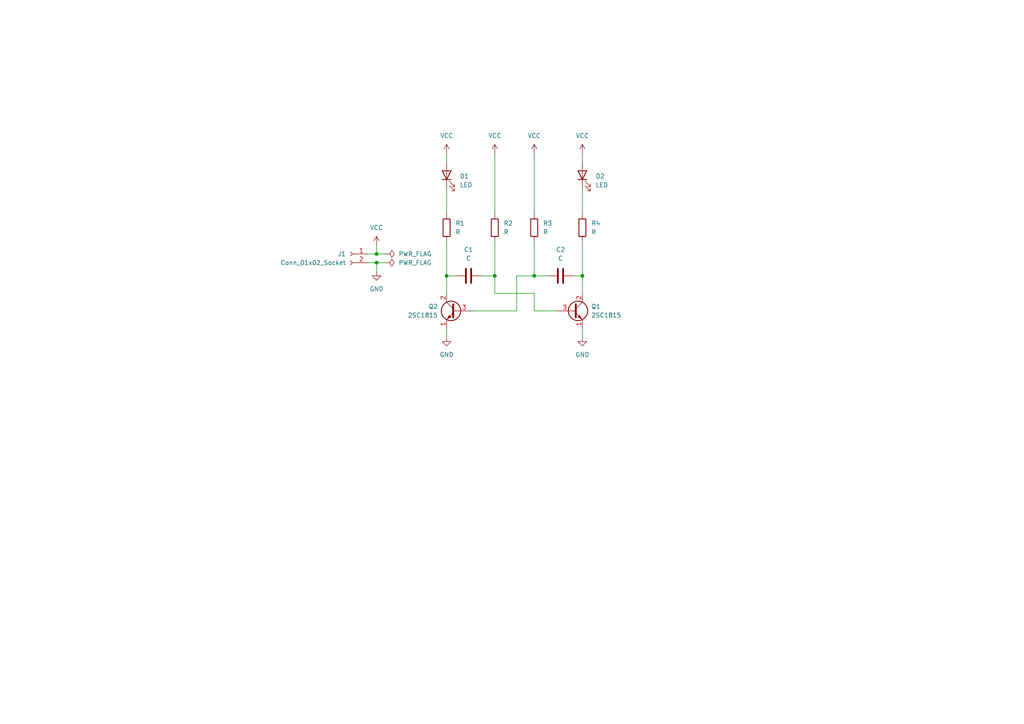
<source format=kicad_sch>
(kicad_sch (version 20230121) (generator eeschema)

  (uuid 37552fa4-9df1-4009-8b14-1722d62af8ed)

  (paper "A4")

  (lib_symbols
    (symbol "Connector:Conn_01x02_Socket" (pin_names (offset 1.016) hide) (in_bom yes) (on_board yes)
      (property "Reference" "J" (at 0 2.54 0)
        (effects (font (size 1.27 1.27)))
      )
      (property "Value" "Conn_01x02_Socket" (at 0 -5.08 0)
        (effects (font (size 1.27 1.27)))
      )
      (property "Footprint" "" (at 0 0 0)
        (effects (font (size 1.27 1.27)) hide)
      )
      (property "Datasheet" "~" (at 0 0 0)
        (effects (font (size 1.27 1.27)) hide)
      )
      (property "ki_locked" "" (at 0 0 0)
        (effects (font (size 1.27 1.27)))
      )
      (property "ki_keywords" "connector" (at 0 0 0)
        (effects (font (size 1.27 1.27)) hide)
      )
      (property "ki_description" "Generic connector, single row, 01x02, script generated" (at 0 0 0)
        (effects (font (size 1.27 1.27)) hide)
      )
      (property "ki_fp_filters" "Connector*:*_1x??_*" (at 0 0 0)
        (effects (font (size 1.27 1.27)) hide)
      )
      (symbol "Conn_01x02_Socket_1_1"
        (arc (start 0 -2.032) (mid -0.5058 -2.54) (end 0 -3.048)
          (stroke (width 0.1524) (type default))
          (fill (type none))
        )
        (polyline
          (pts
            (xy -1.27 -2.54)
            (xy -0.508 -2.54)
          )
          (stroke (width 0.1524) (type default))
          (fill (type none))
        )
        (polyline
          (pts
            (xy -1.27 0)
            (xy -0.508 0)
          )
          (stroke (width 0.1524) (type default))
          (fill (type none))
        )
        (arc (start 0 0.508) (mid -0.5058 0) (end 0 -0.508)
          (stroke (width 0.1524) (type default))
          (fill (type none))
        )
        (pin passive line (at -5.08 0 0) (length 3.81)
          (name "Pin_1" (effects (font (size 1.27 1.27))))
          (number "1" (effects (font (size 1.27 1.27))))
        )
        (pin passive line (at -5.08 -2.54 0) (length 3.81)
          (name "Pin_2" (effects (font (size 1.27 1.27))))
          (number "2" (effects (font (size 1.27 1.27))))
        )
      )
    )
    (symbol "Device:C" (pin_numbers hide) (pin_names (offset 0.254)) (in_bom yes) (on_board yes)
      (property "Reference" "C" (at 0.635 2.54 0)
        (effects (font (size 1.27 1.27)) (justify left))
      )
      (property "Value" "C" (at 0.635 -2.54 0)
        (effects (font (size 1.27 1.27)) (justify left))
      )
      (property "Footprint" "" (at 0.9652 -3.81 0)
        (effects (font (size 1.27 1.27)) hide)
      )
      (property "Datasheet" "~" (at 0 0 0)
        (effects (font (size 1.27 1.27)) hide)
      )
      (property "ki_keywords" "cap capacitor" (at 0 0 0)
        (effects (font (size 1.27 1.27)) hide)
      )
      (property "ki_description" "Unpolarized capacitor" (at 0 0 0)
        (effects (font (size 1.27 1.27)) hide)
      )
      (property "ki_fp_filters" "C_*" (at 0 0 0)
        (effects (font (size 1.27 1.27)) hide)
      )
      (symbol "C_0_1"
        (polyline
          (pts
            (xy -2.032 -0.762)
            (xy 2.032 -0.762)
          )
          (stroke (width 0.508) (type default))
          (fill (type none))
        )
        (polyline
          (pts
            (xy -2.032 0.762)
            (xy 2.032 0.762)
          )
          (stroke (width 0.508) (type default))
          (fill (type none))
        )
      )
      (symbol "C_1_1"
        (pin passive line (at 0 3.81 270) (length 2.794)
          (name "~" (effects (font (size 1.27 1.27))))
          (number "1" (effects (font (size 1.27 1.27))))
        )
        (pin passive line (at 0 -3.81 90) (length 2.794)
          (name "~" (effects (font (size 1.27 1.27))))
          (number "2" (effects (font (size 1.27 1.27))))
        )
      )
    )
    (symbol "Device:LED" (pin_numbers hide) (pin_names (offset 1.016) hide) (in_bom yes) (on_board yes)
      (property "Reference" "D" (at 0 2.54 0)
        (effects (font (size 1.27 1.27)))
      )
      (property "Value" "LED" (at 0 -2.54 0)
        (effects (font (size 1.27 1.27)))
      )
      (property "Footprint" "" (at 0 0 0)
        (effects (font (size 1.27 1.27)) hide)
      )
      (property "Datasheet" "~" (at 0 0 0)
        (effects (font (size 1.27 1.27)) hide)
      )
      (property "ki_keywords" "LED diode" (at 0 0 0)
        (effects (font (size 1.27 1.27)) hide)
      )
      (property "ki_description" "Light emitting diode" (at 0 0 0)
        (effects (font (size 1.27 1.27)) hide)
      )
      (property "ki_fp_filters" "LED* LED_SMD:* LED_THT:*" (at 0 0 0)
        (effects (font (size 1.27 1.27)) hide)
      )
      (symbol "LED_0_1"
        (polyline
          (pts
            (xy -1.27 -1.27)
            (xy -1.27 1.27)
          )
          (stroke (width 0.254) (type default))
          (fill (type none))
        )
        (polyline
          (pts
            (xy -1.27 0)
            (xy 1.27 0)
          )
          (stroke (width 0) (type default))
          (fill (type none))
        )
        (polyline
          (pts
            (xy 1.27 -1.27)
            (xy 1.27 1.27)
            (xy -1.27 0)
            (xy 1.27 -1.27)
          )
          (stroke (width 0.254) (type default))
          (fill (type none))
        )
        (polyline
          (pts
            (xy -3.048 -0.762)
            (xy -4.572 -2.286)
            (xy -3.81 -2.286)
            (xy -4.572 -2.286)
            (xy -4.572 -1.524)
          )
          (stroke (width 0) (type default))
          (fill (type none))
        )
        (polyline
          (pts
            (xy -1.778 -0.762)
            (xy -3.302 -2.286)
            (xy -2.54 -2.286)
            (xy -3.302 -2.286)
            (xy -3.302 -1.524)
          )
          (stroke (width 0) (type default))
          (fill (type none))
        )
      )
      (symbol "LED_1_1"
        (pin passive line (at -3.81 0 0) (length 2.54)
          (name "K" (effects (font (size 1.27 1.27))))
          (number "1" (effects (font (size 1.27 1.27))))
        )
        (pin passive line (at 3.81 0 180) (length 2.54)
          (name "A" (effects (font (size 1.27 1.27))))
          (number "2" (effects (font (size 1.27 1.27))))
        )
      )
    )
    (symbol "Device:R" (pin_numbers hide) (pin_names (offset 0)) (in_bom yes) (on_board yes)
      (property "Reference" "R" (at 2.032 0 90)
        (effects (font (size 1.27 1.27)))
      )
      (property "Value" "R" (at 0 0 90)
        (effects (font (size 1.27 1.27)))
      )
      (property "Footprint" "" (at -1.778 0 90)
        (effects (font (size 1.27 1.27)) hide)
      )
      (property "Datasheet" "~" (at 0 0 0)
        (effects (font (size 1.27 1.27)) hide)
      )
      (property "ki_keywords" "R res resistor" (at 0 0 0)
        (effects (font (size 1.27 1.27)) hide)
      )
      (property "ki_description" "Resistor" (at 0 0 0)
        (effects (font (size 1.27 1.27)) hide)
      )
      (property "ki_fp_filters" "R_*" (at 0 0 0)
        (effects (font (size 1.27 1.27)) hide)
      )
      (symbol "R_0_1"
        (rectangle (start -1.016 -2.54) (end 1.016 2.54)
          (stroke (width 0.254) (type default))
          (fill (type none))
        )
      )
      (symbol "R_1_1"
        (pin passive line (at 0 3.81 270) (length 1.27)
          (name "~" (effects (font (size 1.27 1.27))))
          (number "1" (effects (font (size 1.27 1.27))))
        )
        (pin passive line (at 0 -3.81 90) (length 1.27)
          (name "~" (effects (font (size 1.27 1.27))))
          (number "2" (effects (font (size 1.27 1.27))))
        )
      )
    )
    (symbol "Transistor_BJT:2SC1815" (pin_names (offset 0) hide) (in_bom yes) (on_board yes)
      (property "Reference" "Q" (at 5.08 1.905 0)
        (effects (font (size 1.27 1.27)) (justify left))
      )
      (property "Value" "2SC1815" (at 5.08 0 0)
        (effects (font (size 1.27 1.27)) (justify left))
      )
      (property "Footprint" "Package_TO_SOT_THT:TO-92_Inline" (at 5.08 -1.905 0)
        (effects (font (size 1.27 1.27) italic) (justify left) hide)
      )
      (property "Datasheet" "https://media.digikey.com/pdf/Data%20Sheets/Toshiba%20PDFs/2SC1815.pdf" (at 0 0 0)
        (effects (font (size 1.27 1.27)) (justify left) hide)
      )
      (property "ki_keywords" "Low Noise Audio NPN Transistor" (at 0 0 0)
        (effects (font (size 1.27 1.27)) hide)
      )
      (property "ki_description" "0.15A Ic, 50V Vce, Low Noise Audio NPN Transistor, TO-92" (at 0 0 0)
        (effects (font (size 1.27 1.27)) hide)
      )
      (property "ki_fp_filters" "TO?92*" (at 0 0 0)
        (effects (font (size 1.27 1.27)) hide)
      )
      (symbol "2SC1815_0_1"
        (polyline
          (pts
            (xy 0 0)
            (xy 0.508 0)
          )
          (stroke (width 0) (type default))
          (fill (type none))
        )
        (polyline
          (pts
            (xy 0.635 0.635)
            (xy 2.54 2.54)
          )
          (stroke (width 0) (type default))
          (fill (type none))
        )
        (polyline
          (pts
            (xy 0.635 -0.635)
            (xy 2.54 -2.54)
            (xy 2.54 -2.54)
          )
          (stroke (width 0) (type default))
          (fill (type none))
        )
        (polyline
          (pts
            (xy 0.635 1.905)
            (xy 0.635 -1.905)
            (xy 0.635 -1.905)
          )
          (stroke (width 0.508) (type default))
          (fill (type none))
        )
        (polyline
          (pts
            (xy 1.27 -1.778)
            (xy 1.778 -1.27)
            (xy 2.286 -2.286)
            (xy 1.27 -1.778)
            (xy 1.27 -1.778)
          )
          (stroke (width 0) (type default))
          (fill (type outline))
        )
        (circle (center 1.27 0) (radius 2.8194)
          (stroke (width 0.254) (type default))
          (fill (type none))
        )
      )
      (symbol "2SC1815_1_1"
        (pin passive line (at 2.54 -5.08 90) (length 2.54)
          (name "E" (effects (font (size 1.27 1.27))))
          (number "1" (effects (font (size 1.27 1.27))))
        )
        (pin passive line (at 2.54 5.08 270) (length 2.54)
          (name "C" (effects (font (size 1.27 1.27))))
          (number "2" (effects (font (size 1.27 1.27))))
        )
        (pin input line (at -5.08 0 0) (length 5.08)
          (name "B" (effects (font (size 1.27 1.27))))
          (number "3" (effects (font (size 1.27 1.27))))
        )
      )
    )
    (symbol "power:GND" (power) (pin_names (offset 0)) (in_bom yes) (on_board yes)
      (property "Reference" "#PWR" (at 0 -6.35 0)
        (effects (font (size 1.27 1.27)) hide)
      )
      (property "Value" "GND" (at 0 -3.81 0)
        (effects (font (size 1.27 1.27)))
      )
      (property "Footprint" "" (at 0 0 0)
        (effects (font (size 1.27 1.27)) hide)
      )
      (property "Datasheet" "" (at 0 0 0)
        (effects (font (size 1.27 1.27)) hide)
      )
      (property "ki_keywords" "global power" (at 0 0 0)
        (effects (font (size 1.27 1.27)) hide)
      )
      (property "ki_description" "Power symbol creates a global label with name \"GND\" , ground" (at 0 0 0)
        (effects (font (size 1.27 1.27)) hide)
      )
      (symbol "GND_0_1"
        (polyline
          (pts
            (xy 0 0)
            (xy 0 -1.27)
            (xy 1.27 -1.27)
            (xy 0 -2.54)
            (xy -1.27 -1.27)
            (xy 0 -1.27)
          )
          (stroke (width 0) (type default))
          (fill (type none))
        )
      )
      (symbol "GND_1_1"
        (pin power_in line (at 0 0 270) (length 0) hide
          (name "GND" (effects (font (size 1.27 1.27))))
          (number "1" (effects (font (size 1.27 1.27))))
        )
      )
    )
    (symbol "power:PWR_FLAG" (power) (pin_numbers hide) (pin_names (offset 0) hide) (in_bom yes) (on_board yes)
      (property "Reference" "#FLG" (at 0 1.905 0)
        (effects (font (size 1.27 1.27)) hide)
      )
      (property "Value" "PWR_FLAG" (at 0 3.81 0)
        (effects (font (size 1.27 1.27)))
      )
      (property "Footprint" "" (at 0 0 0)
        (effects (font (size 1.27 1.27)) hide)
      )
      (property "Datasheet" "~" (at 0 0 0)
        (effects (font (size 1.27 1.27)) hide)
      )
      (property "ki_keywords" "flag power" (at 0 0 0)
        (effects (font (size 1.27 1.27)) hide)
      )
      (property "ki_description" "Special symbol for telling ERC where power comes from" (at 0 0 0)
        (effects (font (size 1.27 1.27)) hide)
      )
      (symbol "PWR_FLAG_0_0"
        (pin power_out line (at 0 0 90) (length 0)
          (name "pwr" (effects (font (size 1.27 1.27))))
          (number "1" (effects (font (size 1.27 1.27))))
        )
      )
      (symbol "PWR_FLAG_0_1"
        (polyline
          (pts
            (xy 0 0)
            (xy 0 1.27)
            (xy -1.016 1.905)
            (xy 0 2.54)
            (xy 1.016 1.905)
            (xy 0 1.27)
          )
          (stroke (width 0) (type default))
          (fill (type none))
        )
      )
    )
    (symbol "power:VCC" (power) (pin_names (offset 0)) (in_bom yes) (on_board yes)
      (property "Reference" "#PWR" (at 0 -3.81 0)
        (effects (font (size 1.27 1.27)) hide)
      )
      (property "Value" "VCC" (at 0 3.81 0)
        (effects (font (size 1.27 1.27)))
      )
      (property "Footprint" "" (at 0 0 0)
        (effects (font (size 1.27 1.27)) hide)
      )
      (property "Datasheet" "" (at 0 0 0)
        (effects (font (size 1.27 1.27)) hide)
      )
      (property "ki_keywords" "global power" (at 0 0 0)
        (effects (font (size 1.27 1.27)) hide)
      )
      (property "ki_description" "Power symbol creates a global label with name \"VCC\"" (at 0 0 0)
        (effects (font (size 1.27 1.27)) hide)
      )
      (symbol "VCC_0_1"
        (polyline
          (pts
            (xy -0.762 1.27)
            (xy 0 2.54)
          )
          (stroke (width 0) (type default))
          (fill (type none))
        )
        (polyline
          (pts
            (xy 0 0)
            (xy 0 2.54)
          )
          (stroke (width 0) (type default))
          (fill (type none))
        )
        (polyline
          (pts
            (xy 0 2.54)
            (xy 0.762 1.27)
          )
          (stroke (width 0) (type default))
          (fill (type none))
        )
      )
      (symbol "VCC_1_1"
        (pin power_in line (at 0 0 90) (length 0) hide
          (name "VCC" (effects (font (size 1.27 1.27))))
          (number "1" (effects (font (size 1.27 1.27))))
        )
      )
    )
  )

  (junction (at 168.91 80.01) (diameter 0) (color 0 0 0 0)
    (uuid 1f731830-c891-48ce-b7e8-c85cfb2b1520)
  )
  (junction (at 129.54 80.01) (diameter 0) (color 0 0 0 0)
    (uuid 2ef2512d-acce-4186-bf25-97d4ce74cdb7)
  )
  (junction (at 154.94 80.01) (diameter 0) (color 0 0 0 0)
    (uuid 349975d5-6976-4271-8f56-3b841789f290)
  )
  (junction (at 109.22 73.66) (diameter 0) (color 0 0 0 0)
    (uuid 809ef22f-af6a-4600-897d-85743c7ba243)
  )
  (junction (at 109.22 76.2) (diameter 0) (color 0 0 0 0)
    (uuid a093e355-3c2c-4631-8ce6-96264f3cbe26)
  )
  (junction (at 143.51 80.01) (diameter 0) (color 0 0 0 0)
    (uuid c66de338-bcc7-4996-9f69-ca09b04c5c62)
  )

  (wire (pts (xy 129.54 44.45) (xy 129.54 46.99))
    (stroke (width 0) (type default))
    (uuid 050d884e-1943-4207-bca5-adf6e1c235b0)
  )
  (wire (pts (xy 154.94 90.17) (xy 161.29 90.17))
    (stroke (width 0) (type default))
    (uuid 11f40555-483e-4314-ba18-707053c63161)
  )
  (wire (pts (xy 143.51 85.09) (xy 154.94 85.09))
    (stroke (width 0) (type default))
    (uuid 1352e557-0c28-4c03-b447-c2a143e135ee)
  )
  (wire (pts (xy 129.54 95.25) (xy 129.54 97.79))
    (stroke (width 0) (type default))
    (uuid 13618d36-d3f6-4b17-acc0-2a5a1b27a9c3)
  )
  (wire (pts (xy 129.54 54.61) (xy 129.54 62.23))
    (stroke (width 0) (type default))
    (uuid 1b5a436b-72b1-4db8-9f81-c63d994eefc8)
  )
  (wire (pts (xy 143.51 80.01) (xy 143.51 69.85))
    (stroke (width 0) (type default))
    (uuid 1fe78deb-4bbf-47ab-a2fa-5b04437be7c3)
  )
  (wire (pts (xy 154.94 69.85) (xy 154.94 80.01))
    (stroke (width 0) (type default))
    (uuid 247ac220-9dfd-4269-be93-a988229f9d4a)
  )
  (wire (pts (xy 106.68 76.2) (xy 109.22 76.2))
    (stroke (width 0) (type default))
    (uuid 2d27b730-e096-4268-8bb7-abc33b4c9246)
  )
  (wire (pts (xy 154.94 80.01) (xy 158.75 80.01))
    (stroke (width 0) (type default))
    (uuid 4cc0afd5-504d-440b-8f23-136da7903528)
  )
  (wire (pts (xy 106.68 73.66) (xy 109.22 73.66))
    (stroke (width 0) (type default))
    (uuid 577f95be-6b26-482d-b77d-0976d6d19287)
  )
  (wire (pts (xy 109.22 73.66) (xy 111.76 73.66))
    (stroke (width 0) (type default))
    (uuid 7236713f-7408-495a-975e-e8098d64f851)
  )
  (wire (pts (xy 168.91 44.45) (xy 168.91 46.99))
    (stroke (width 0) (type default))
    (uuid 733faa43-1b68-4dc4-b788-a00e727dd6bc)
  )
  (wire (pts (xy 168.91 69.85) (xy 168.91 80.01))
    (stroke (width 0) (type default))
    (uuid 739a589d-0658-4660-9e03-c26cac22a8a8)
  )
  (wire (pts (xy 154.94 85.09) (xy 154.94 90.17))
    (stroke (width 0) (type default))
    (uuid 787b361f-eb3e-44dc-a22d-188f20e9ba37)
  )
  (wire (pts (xy 109.22 76.2) (xy 109.22 78.74))
    (stroke (width 0) (type default))
    (uuid 83dec18f-958b-48cc-9d46-b97c5e4e570e)
  )
  (wire (pts (xy 139.7 80.01) (xy 143.51 80.01))
    (stroke (width 0) (type default))
    (uuid 85b4749c-a724-4db7-87f6-4692fca7edf6)
  )
  (wire (pts (xy 137.16 90.17) (xy 149.86 90.17))
    (stroke (width 0) (type default))
    (uuid 8a6f4d7b-e672-4168-9f1a-00c46b6cfb02)
  )
  (wire (pts (xy 109.22 76.2) (xy 111.76 76.2))
    (stroke (width 0) (type default))
    (uuid 8cc3943c-cbb1-4700-a34b-be296cd99711)
  )
  (wire (pts (xy 154.94 44.45) (xy 154.94 62.23))
    (stroke (width 0) (type default))
    (uuid 8fc64018-3ee1-4a43-96bf-01a3d7b3bda3)
  )
  (wire (pts (xy 149.86 90.17) (xy 149.86 80.01))
    (stroke (width 0) (type default))
    (uuid a38340bf-02a8-4d66-b076-2ab1646be334)
  )
  (wire (pts (xy 166.37 80.01) (xy 168.91 80.01))
    (stroke (width 0) (type default))
    (uuid a383872a-0da8-4da9-a2c1-4d3fe9cb0d1d)
  )
  (wire (pts (xy 129.54 69.85) (xy 129.54 80.01))
    (stroke (width 0) (type default))
    (uuid a4acb8be-ffec-4b66-897f-bc629ab2a1d7)
  )
  (wire (pts (xy 129.54 80.01) (xy 129.54 85.09))
    (stroke (width 0) (type default))
    (uuid a94a894a-57ec-478d-a3df-68c569043bb8)
  )
  (wire (pts (xy 143.51 80.01) (xy 143.51 85.09))
    (stroke (width 0) (type default))
    (uuid ac8a6e38-e3d0-4a8a-8217-3e5dd62b8fc1)
  )
  (wire (pts (xy 168.91 54.61) (xy 168.91 62.23))
    (stroke (width 0) (type default))
    (uuid b79c61a5-5867-4631-a938-a0c7170a2ea9)
  )
  (wire (pts (xy 129.54 80.01) (xy 132.08 80.01))
    (stroke (width 0) (type default))
    (uuid bb59435d-f519-4b60-b21f-4e66c02e3d75)
  )
  (wire (pts (xy 168.91 95.25) (xy 168.91 97.79))
    (stroke (width 0) (type default))
    (uuid cfc4ebc0-169c-4100-a4a7-9fa12ca8ab7c)
  )
  (wire (pts (xy 149.86 80.01) (xy 154.94 80.01))
    (stroke (width 0) (type default))
    (uuid d45f82bf-2dfe-4181-8446-a12ab6cce210)
  )
  (wire (pts (xy 143.51 44.45) (xy 143.51 62.23))
    (stroke (width 0) (type default))
    (uuid dfb96cc4-07f7-4587-8d92-3cf6b36a2c7c)
  )
  (wire (pts (xy 168.91 80.01) (xy 168.91 85.09))
    (stroke (width 0) (type default))
    (uuid ece9fb7d-c90f-4fb2-8712-88a823a6c407)
  )
  (wire (pts (xy 109.22 71.12) (xy 109.22 73.66))
    (stroke (width 0) (type default))
    (uuid f003a212-f1c4-4e68-934b-41a7a46d3066)
  )

  (symbol (lib_id "Device:R") (at 154.94 66.04 0) (unit 1)
    (in_bom yes) (on_board yes) (dnp no) (fields_autoplaced)
    (uuid 0957ac9f-5d48-43bf-bb98-8da4d5bf6934)
    (property "Reference" "R3" (at 157.48 64.77 0)
      (effects (font (size 1.27 1.27)) (justify left))
    )
    (property "Value" "R" (at 157.48 67.31 0)
      (effects (font (size 1.27 1.27)) (justify left))
    )
    (property "Footprint" "Resistor_THT:R_Axial_DIN0204_L3.6mm_D1.6mm_P7.62mm_Horizontal" (at 153.162 66.04 90)
      (effects (font (size 1.27 1.27)) hide)
    )
    (property "Datasheet" "~" (at 154.94 66.04 0)
      (effects (font (size 1.27 1.27)) hide)
    )
    (pin "1" (uuid 06f52920-2b70-4b1d-a791-ed6e04fa0b6a))
    (pin "2" (uuid 7561821d-c989-4ca4-b0d7-b65e399e6b86))
    (instances
      (project "sample_project"
        (path "/37552fa4-9df1-4009-8b14-1722d62af8ed"
          (reference "R3") (unit 1)
        )
      )
    )
  )

  (symbol (lib_id "Device:R") (at 168.91 66.04 0) (unit 1)
    (in_bom yes) (on_board yes) (dnp no) (fields_autoplaced)
    (uuid 097243b5-2075-4152-b8ca-bf584d7ad57c)
    (property "Reference" "R4" (at 171.45 64.77 0)
      (effects (font (size 1.27 1.27)) (justify left))
    )
    (property "Value" "R" (at 171.45 67.31 0)
      (effects (font (size 1.27 1.27)) (justify left))
    )
    (property "Footprint" "Resistor_THT:R_Axial_DIN0204_L3.6mm_D1.6mm_P7.62mm_Horizontal" (at 167.132 66.04 90)
      (effects (font (size 1.27 1.27)) hide)
    )
    (property "Datasheet" "~" (at 168.91 66.04 0)
      (effects (font (size 1.27 1.27)) hide)
    )
    (pin "1" (uuid 50327d87-f099-46d4-b2fc-7922dae425f2))
    (pin "2" (uuid 891a7da6-bde0-41a1-b3c2-6a3dd4a49f7b))
    (instances
      (project "sample_project"
        (path "/37552fa4-9df1-4009-8b14-1722d62af8ed"
          (reference "R4") (unit 1)
        )
      )
    )
  )

  (symbol (lib_id "Connector:Conn_01x02_Socket") (at 101.6 73.66 0) (mirror y) (unit 1)
    (in_bom yes) (on_board yes) (dnp no)
    (uuid 1e3b2936-d160-4773-a3c4-d397d24b2014)
    (property "Reference" "J1" (at 100.33 73.66 0)
      (effects (font (size 1.27 1.27)) (justify left))
    )
    (property "Value" "Conn_01x02_Socket" (at 100.33 76.2 0)
      (effects (font (size 1.27 1.27)) (justify left))
    )
    (property "Footprint" "Connector_PinSocket_2.54mm:PinSocket_1x02_P2.54mm_Vertical" (at 101.6 73.66 0)
      (effects (font (size 1.27 1.27)) hide)
    )
    (property "Datasheet" "~" (at 101.6 73.66 0)
      (effects (font (size 1.27 1.27)) hide)
    )
    (pin "1" (uuid c1cc4441-a3c6-422f-99e6-203a9f57e24f))
    (pin "2" (uuid 7be3733e-fd3d-4d28-a966-14bd9a25f04f))
    (instances
      (project "sample_project"
        (path "/37552fa4-9df1-4009-8b14-1722d62af8ed"
          (reference "J1") (unit 1)
        )
      )
    )
  )

  (symbol (lib_id "Device:R") (at 129.54 66.04 0) (unit 1)
    (in_bom yes) (on_board yes) (dnp no) (fields_autoplaced)
    (uuid 3c8e0b2c-8f14-4ab2-8c69-4dfd4128d250)
    (property "Reference" "R1" (at 132.08 64.77 0)
      (effects (font (size 1.27 1.27)) (justify left))
    )
    (property "Value" "R" (at 132.08 67.31 0)
      (effects (font (size 1.27 1.27)) (justify left))
    )
    (property "Footprint" "Resistor_THT:R_Axial_DIN0204_L3.6mm_D1.6mm_P7.62mm_Horizontal" (at 127.762 66.04 90)
      (effects (font (size 1.27 1.27)) hide)
    )
    (property "Datasheet" "~" (at 129.54 66.04 0)
      (effects (font (size 1.27 1.27)) hide)
    )
    (pin "1" (uuid 4500c709-3de7-4348-80cc-c82ed082d8f1))
    (pin "2" (uuid a69d447f-4eb5-4b9e-81ee-4cc9a02ea0ab))
    (instances
      (project "sample_project"
        (path "/37552fa4-9df1-4009-8b14-1722d62af8ed"
          (reference "R1") (unit 1)
        )
      )
    )
  )

  (symbol (lib_id "power:VCC") (at 109.22 71.12 0) (unit 1)
    (in_bom yes) (on_board yes) (dnp no) (fields_autoplaced)
    (uuid 553e8e02-6a14-4b11-a9bd-6b8ac15ce502)
    (property "Reference" "#PWR06" (at 109.22 74.93 0)
      (effects (font (size 1.27 1.27)) hide)
    )
    (property "Value" "VCC" (at 109.22 66.04 0)
      (effects (font (size 1.27 1.27)))
    )
    (property "Footprint" "" (at 109.22 71.12 0)
      (effects (font (size 1.27 1.27)) hide)
    )
    (property "Datasheet" "" (at 109.22 71.12 0)
      (effects (font (size 1.27 1.27)) hide)
    )
    (pin "1" (uuid ee3166a7-a3ac-4c8b-9ce0-fd9258a35c5f))
    (instances
      (project "sample_project"
        (path "/37552fa4-9df1-4009-8b14-1722d62af8ed"
          (reference "#PWR06") (unit 1)
        )
      )
    )
  )

  (symbol (lib_id "power:GND") (at 168.91 97.79 0) (unit 1)
    (in_bom yes) (on_board yes) (dnp no) (fields_autoplaced)
    (uuid 5eab7015-11ba-4567-aa80-3d2a78fde45a)
    (property "Reference" "#PWR04" (at 168.91 104.14 0)
      (effects (font (size 1.27 1.27)) hide)
    )
    (property "Value" "GND" (at 168.91 102.87 0)
      (effects (font (size 1.27 1.27)))
    )
    (property "Footprint" "" (at 168.91 97.79 0)
      (effects (font (size 1.27 1.27)) hide)
    )
    (property "Datasheet" "" (at 168.91 97.79 0)
      (effects (font (size 1.27 1.27)) hide)
    )
    (pin "1" (uuid b8ac914b-f86a-4d4a-89b0-f669bfbf9d27))
    (instances
      (project "sample_project"
        (path "/37552fa4-9df1-4009-8b14-1722d62af8ed"
          (reference "#PWR04") (unit 1)
        )
      )
    )
  )

  (symbol (lib_id "power:VCC") (at 129.54 44.45 0) (unit 1)
    (in_bom yes) (on_board yes) (dnp no) (fields_autoplaced)
    (uuid 6aaf25f0-a886-42d8-91f1-4800e550434b)
    (property "Reference" "#PWR01" (at 129.54 48.26 0)
      (effects (font (size 1.27 1.27)) hide)
    )
    (property "Value" "VCC" (at 129.54 39.37 0)
      (effects (font (size 1.27 1.27)))
    )
    (property "Footprint" "" (at 129.54 44.45 0)
      (effects (font (size 1.27 1.27)) hide)
    )
    (property "Datasheet" "" (at 129.54 44.45 0)
      (effects (font (size 1.27 1.27)) hide)
    )
    (pin "1" (uuid 36ad69e0-177e-4805-9e13-4f7fa975044e))
    (instances
      (project "sample_project"
        (path "/37552fa4-9df1-4009-8b14-1722d62af8ed"
          (reference "#PWR01") (unit 1)
        )
      )
    )
  )

  (symbol (lib_id "power:PWR_FLAG") (at 111.76 76.2 270) (unit 1)
    (in_bom yes) (on_board yes) (dnp no) (fields_autoplaced)
    (uuid 73a7cf5a-f21b-40cb-aeda-564947903c58)
    (property "Reference" "#FLG02" (at 113.665 76.2 0)
      (effects (font (size 1.27 1.27)) hide)
    )
    (property "Value" "PWR_FLAG" (at 115.57 76.2 90)
      (effects (font (size 1.27 1.27)) (justify left))
    )
    (property "Footprint" "" (at 111.76 76.2 0)
      (effects (font (size 1.27 1.27)) hide)
    )
    (property "Datasheet" "~" (at 111.76 76.2 0)
      (effects (font (size 1.27 1.27)) hide)
    )
    (pin "1" (uuid 8a13458d-d7f6-4139-863a-6c40dd34a2d2))
    (instances
      (project "sample_project"
        (path "/37552fa4-9df1-4009-8b14-1722d62af8ed"
          (reference "#FLG02") (unit 1)
        )
      )
    )
  )

  (symbol (lib_id "Device:R") (at 143.51 66.04 0) (unit 1)
    (in_bom yes) (on_board yes) (dnp no) (fields_autoplaced)
    (uuid 76e8dfd7-7698-435c-a799-f506d981bf47)
    (property "Reference" "R2" (at 146.05 64.77 0)
      (effects (font (size 1.27 1.27)) (justify left))
    )
    (property "Value" "R" (at 146.05 67.31 0)
      (effects (font (size 1.27 1.27)) (justify left))
    )
    (property "Footprint" "Resistor_THT:R_Axial_DIN0204_L3.6mm_D1.6mm_P7.62mm_Horizontal" (at 141.732 66.04 90)
      (effects (font (size 1.27 1.27)) hide)
    )
    (property "Datasheet" "~" (at 143.51 66.04 0)
      (effects (font (size 1.27 1.27)) hide)
    )
    (pin "1" (uuid 021467d0-40c5-46f9-ad9b-6ef9c2dae1da))
    (pin "2" (uuid 7332af0d-6860-443c-b7be-3ce565b64fac))
    (instances
      (project "sample_project"
        (path "/37552fa4-9df1-4009-8b14-1722d62af8ed"
          (reference "R2") (unit 1)
        )
      )
    )
  )

  (symbol (lib_id "power:VCC") (at 168.91 44.45 0) (unit 1)
    (in_bom yes) (on_board yes) (dnp no) (fields_autoplaced)
    (uuid 79eddc48-5a5b-4277-832b-343bc50623bd)
    (property "Reference" "#PWR02" (at 168.91 48.26 0)
      (effects (font (size 1.27 1.27)) hide)
    )
    (property "Value" "VCC" (at 168.91 39.37 0)
      (effects (font (size 1.27 1.27)))
    )
    (property "Footprint" "" (at 168.91 44.45 0)
      (effects (font (size 1.27 1.27)) hide)
    )
    (property "Datasheet" "" (at 168.91 44.45 0)
      (effects (font (size 1.27 1.27)) hide)
    )
    (pin "1" (uuid b87a3ab1-5ef4-4d07-8e48-762ae60df53e))
    (instances
      (project "sample_project"
        (path "/37552fa4-9df1-4009-8b14-1722d62af8ed"
          (reference "#PWR02") (unit 1)
        )
      )
    )
  )

  (symbol (lib_id "power:PWR_FLAG") (at 111.76 73.66 270) (unit 1)
    (in_bom yes) (on_board yes) (dnp no) (fields_autoplaced)
    (uuid 85e20922-da8a-4f1e-90a0-324b1e373e8e)
    (property "Reference" "#FLG01" (at 113.665 73.66 0)
      (effects (font (size 1.27 1.27)) hide)
    )
    (property "Value" "PWR_FLAG" (at 115.57 73.66 90)
      (effects (font (size 1.27 1.27)) (justify left))
    )
    (property "Footprint" "" (at 111.76 73.66 0)
      (effects (font (size 1.27 1.27)) hide)
    )
    (property "Datasheet" "~" (at 111.76 73.66 0)
      (effects (font (size 1.27 1.27)) hide)
    )
    (pin "1" (uuid acf1a77e-240d-446f-ba7a-9f3e4dabcbf1))
    (instances
      (project "sample_project"
        (path "/37552fa4-9df1-4009-8b14-1722d62af8ed"
          (reference "#FLG01") (unit 1)
        )
      )
    )
  )

  (symbol (lib_id "Device:LED") (at 168.91 50.8 90) (unit 1)
    (in_bom yes) (on_board yes) (dnp no) (fields_autoplaced)
    (uuid 8c9582e4-867b-4603-9fd7-1f0d8dc5e06b)
    (property "Reference" "D2" (at 172.72 51.1175 90)
      (effects (font (size 1.27 1.27)) (justify right))
    )
    (property "Value" "LED" (at 172.72 53.6575 90)
      (effects (font (size 1.27 1.27)) (justify right))
    )
    (property "Footprint" "LED_THT:LED_D5.0mm" (at 168.91 50.8 0)
      (effects (font (size 1.27 1.27)) hide)
    )
    (property "Datasheet" "~" (at 168.91 50.8 0)
      (effects (font (size 1.27 1.27)) hide)
    )
    (pin "1" (uuid e8a1f1a7-4e58-4bfd-9e9d-2f1e560e91d4))
    (pin "2" (uuid 65e9aa85-52ba-472e-98eb-e14bab0b3710))
    (instances
      (project "sample_project"
        (path "/37552fa4-9df1-4009-8b14-1722d62af8ed"
          (reference "D2") (unit 1)
        )
      )
    )
  )

  (symbol (lib_id "power:VCC") (at 143.51 44.45 0) (unit 1)
    (in_bom yes) (on_board yes) (dnp no) (fields_autoplaced)
    (uuid 9122ab43-5cc0-4d36-938f-5c19f3f21f60)
    (property "Reference" "#PWR07" (at 143.51 48.26 0)
      (effects (font (size 1.27 1.27)) hide)
    )
    (property "Value" "VCC" (at 143.51 39.37 0)
      (effects (font (size 1.27 1.27)))
    )
    (property "Footprint" "" (at 143.51 44.45 0)
      (effects (font (size 1.27 1.27)) hide)
    )
    (property "Datasheet" "" (at 143.51 44.45 0)
      (effects (font (size 1.27 1.27)) hide)
    )
    (pin "1" (uuid a6513f9a-94ef-400b-8f69-8beaf5e819f9))
    (instances
      (project "sample_project"
        (path "/37552fa4-9df1-4009-8b14-1722d62af8ed"
          (reference "#PWR07") (unit 1)
        )
      )
    )
  )

  (symbol (lib_id "Transistor_BJT:2SC1815") (at 132.08 90.17 0) (mirror y) (unit 1)
    (in_bom yes) (on_board yes) (dnp no)
    (uuid 97a6cd14-3f19-4055-9d43-ec49b3ccbe16)
    (property "Reference" "Q2" (at 127 88.9 0)
      (effects (font (size 1.27 1.27)) (justify left))
    )
    (property "Value" "2SC1815" (at 127 91.44 0)
      (effects (font (size 1.27 1.27)) (justify left))
    )
    (property "Footprint" "Package_TO_SOT_THT:TO-92_Inline" (at 127 92.075 0)
      (effects (font (size 1.27 1.27) italic) (justify left) hide)
    )
    (property "Datasheet" "https://media.digikey.com/pdf/Data%20Sheets/Toshiba%20PDFs/2SC1815.pdf" (at 132.08 90.17 0)
      (effects (font (size 1.27 1.27)) (justify left) hide)
    )
    (pin "1" (uuid bd88fa93-207e-4ad5-834a-0b351aa0ef0c))
    (pin "2" (uuid 8e0c0e49-9075-4ebb-90e1-e0fd55c4772f))
    (pin "3" (uuid 0a5c15f6-8c57-4997-87b4-7939904e2ce3))
    (instances
      (project "sample_project"
        (path "/37552fa4-9df1-4009-8b14-1722d62af8ed"
          (reference "Q2") (unit 1)
        )
      )
    )
  )

  (symbol (lib_id "power:GND") (at 109.22 78.74 0) (unit 1)
    (in_bom yes) (on_board yes) (dnp no) (fields_autoplaced)
    (uuid b454126e-3f32-47d4-8d19-64b2db08c7dc)
    (property "Reference" "#PWR05" (at 109.22 85.09 0)
      (effects (font (size 1.27 1.27)) hide)
    )
    (property "Value" "GND" (at 109.22 83.82 0)
      (effects (font (size 1.27 1.27)))
    )
    (property "Footprint" "" (at 109.22 78.74 0)
      (effects (font (size 1.27 1.27)) hide)
    )
    (property "Datasheet" "" (at 109.22 78.74 0)
      (effects (font (size 1.27 1.27)) hide)
    )
    (pin "1" (uuid 791cf9e0-3ad4-443d-ae2d-5e1749cbdbf8))
    (instances
      (project "sample_project"
        (path "/37552fa4-9df1-4009-8b14-1722d62af8ed"
          (reference "#PWR05") (unit 1)
        )
      )
    )
  )

  (symbol (lib_id "Transistor_BJT:2SC1815") (at 166.37 90.17 0) (unit 1)
    (in_bom yes) (on_board yes) (dnp no) (fields_autoplaced)
    (uuid be8bfd17-9d96-4fc7-84e4-8192ce0f3d4c)
    (property "Reference" "Q1" (at 171.45 88.9 0)
      (effects (font (size 1.27 1.27)) (justify left))
    )
    (property "Value" "2SC1815" (at 171.45 91.44 0)
      (effects (font (size 1.27 1.27)) (justify left))
    )
    (property "Footprint" "Package_TO_SOT_THT:TO-92_Inline" (at 171.45 92.075 0)
      (effects (font (size 1.27 1.27) italic) (justify left) hide)
    )
    (property "Datasheet" "https://media.digikey.com/pdf/Data%20Sheets/Toshiba%20PDFs/2SC1815.pdf" (at 166.37 90.17 0)
      (effects (font (size 1.27 1.27)) (justify left) hide)
    )
    (pin "1" (uuid 9ca1e932-ab94-4578-b548-ff21b1daf63a))
    (pin "2" (uuid 62281ec3-8e36-4026-8064-fd29fd228e21))
    (pin "3" (uuid 7e7b7b64-c20d-4863-9383-2960f147c06e))
    (instances
      (project "sample_project"
        (path "/37552fa4-9df1-4009-8b14-1722d62af8ed"
          (reference "Q1") (unit 1)
        )
      )
    )
  )

  (symbol (lib_id "Device:C") (at 162.56 80.01 270) (unit 1)
    (in_bom yes) (on_board yes) (dnp no) (fields_autoplaced)
    (uuid c429ba25-528c-4a30-916b-dd456bfb30d6)
    (property "Reference" "C2" (at 162.56 72.39 90)
      (effects (font (size 1.27 1.27)))
    )
    (property "Value" "C" (at 162.56 74.93 90)
      (effects (font (size 1.27 1.27)))
    )
    (property "Footprint" "Capacitor_THT:CP_Radial_D5.0mm_P2.00mm" (at 158.75 80.9752 0)
      (effects (font (size 1.27 1.27)) hide)
    )
    (property "Datasheet" "~" (at 162.56 80.01 0)
      (effects (font (size 1.27 1.27)) hide)
    )
    (pin "1" (uuid 8ba4b155-09b5-4432-a71d-3540cc1af136))
    (pin "2" (uuid ae7a2c3c-ad22-4210-b389-7dd9bfb538aa))
    (instances
      (project "sample_project"
        (path "/37552fa4-9df1-4009-8b14-1722d62af8ed"
          (reference "C2") (unit 1)
        )
      )
    )
  )

  (symbol (lib_id "power:VCC") (at 154.94 44.45 0) (unit 1)
    (in_bom yes) (on_board yes) (dnp no) (fields_autoplaced)
    (uuid ceda0e1b-420e-4397-921a-f4ea8a164cab)
    (property "Reference" "#PWR08" (at 154.94 48.26 0)
      (effects (font (size 1.27 1.27)) hide)
    )
    (property "Value" "VCC" (at 154.94 39.37 0)
      (effects (font (size 1.27 1.27)))
    )
    (property "Footprint" "" (at 154.94 44.45 0)
      (effects (font (size 1.27 1.27)) hide)
    )
    (property "Datasheet" "" (at 154.94 44.45 0)
      (effects (font (size 1.27 1.27)) hide)
    )
    (pin "1" (uuid ce90c916-de13-4416-953b-65a32562c924))
    (instances
      (project "sample_project"
        (path "/37552fa4-9df1-4009-8b14-1722d62af8ed"
          (reference "#PWR08") (unit 1)
        )
      )
    )
  )

  (symbol (lib_id "power:GND") (at 129.54 97.79 0) (unit 1)
    (in_bom yes) (on_board yes) (dnp no) (fields_autoplaced)
    (uuid f3e2d562-a15f-4e9b-8745-516f634c5a02)
    (property "Reference" "#PWR03" (at 129.54 104.14 0)
      (effects (font (size 1.27 1.27)) hide)
    )
    (property "Value" "GND" (at 129.54 102.87 0)
      (effects (font (size 1.27 1.27)))
    )
    (property "Footprint" "" (at 129.54 97.79 0)
      (effects (font (size 1.27 1.27)) hide)
    )
    (property "Datasheet" "" (at 129.54 97.79 0)
      (effects (font (size 1.27 1.27)) hide)
    )
    (pin "1" (uuid 4305b9fe-6cb9-4f3f-9d61-ced7410bcf45))
    (instances
      (project "sample_project"
        (path "/37552fa4-9df1-4009-8b14-1722d62af8ed"
          (reference "#PWR03") (unit 1)
        )
      )
    )
  )

  (symbol (lib_id "Device:LED") (at 129.54 50.8 90) (unit 1)
    (in_bom yes) (on_board yes) (dnp no) (fields_autoplaced)
    (uuid f563b967-9a1a-4741-91d8-5175362d9bcc)
    (property "Reference" "D1" (at 133.35 51.1175 90)
      (effects (font (size 1.27 1.27)) (justify right))
    )
    (property "Value" "LED" (at 133.35 53.6575 90)
      (effects (font (size 1.27 1.27)) (justify right))
    )
    (property "Footprint" "LED_THT:LED_D5.0mm" (at 129.54 50.8 0)
      (effects (font (size 1.27 1.27)) hide)
    )
    (property "Datasheet" "~" (at 129.54 50.8 0)
      (effects (font (size 1.27 1.27)) hide)
    )
    (pin "1" (uuid c24442e0-8768-4607-851a-d9a121944def))
    (pin "2" (uuid ac98b6ce-509e-498a-9232-3179f2ca97aa))
    (instances
      (project "sample_project"
        (path "/37552fa4-9df1-4009-8b14-1722d62af8ed"
          (reference "D1") (unit 1)
        )
      )
    )
  )

  (symbol (lib_id "Device:C") (at 135.89 80.01 90) (unit 1)
    (in_bom yes) (on_board yes) (dnp no) (fields_autoplaced)
    (uuid f82fd4b1-4970-4163-9dfb-32ad167251f5)
    (property "Reference" "C1" (at 135.89 72.39 90)
      (effects (font (size 1.27 1.27)))
    )
    (property "Value" "C" (at 135.89 74.93 90)
      (effects (font (size 1.27 1.27)))
    )
    (property "Footprint" "Capacitor_THT:CP_Radial_D5.0mm_P2.00mm" (at 139.7 79.0448 0)
      (effects (font (size 1.27 1.27)) hide)
    )
    (property "Datasheet" "~" (at 135.89 80.01 0)
      (effects (font (size 1.27 1.27)) hide)
    )
    (pin "1" (uuid 4f96fac0-55ac-4126-be0e-49b9ab35e217))
    (pin "2" (uuid f5e67cad-ddea-4290-b85e-360dc99beb8d))
    (instances
      (project "sample_project"
        (path "/37552fa4-9df1-4009-8b14-1722d62af8ed"
          (reference "C1") (unit 1)
        )
      )
    )
  )

  (sheet_instances
    (path "/" (page "1"))
  )
)

</source>
